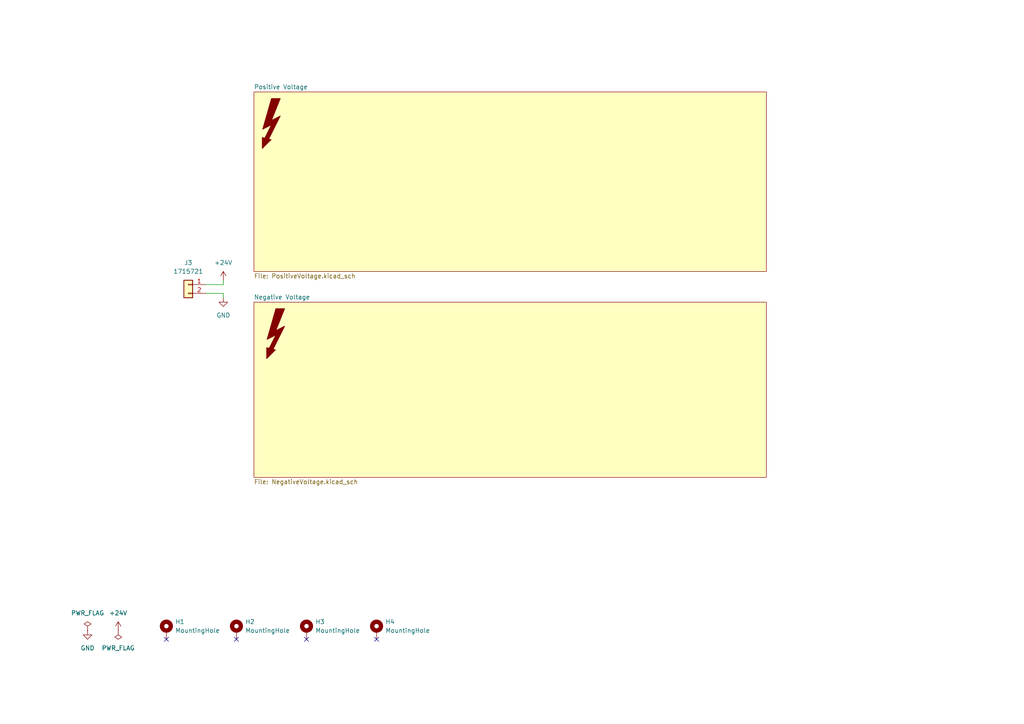
<source format=kicad_sch>
(kicad_sch (version 20231120) (generator "eeschema") (generator_version "8.0")
  (paper "A4")
  (lib_symbols
    (symbol "Connector_Generic:Conn_01x02" (pin_names (offset 1.016) hide)
      (property "Reference" "J" (at 0 2.54 0))
      (property "Value" "Conn_01x02" (at 0 -5.08 0))
      (symbol "Conn_01x02_1_1"
        (rectangle (start -1.27 -2.413) (end 0 -2.667) (stroke (width 0.1524)))
        (rectangle (start -1.27 0.127) (end 0 -0.127) (stroke (width 0.1524)))
        (rectangle (start -1.27 1.27) (end 1.27 -3.81) (stroke (width 0.254)) (fill (type background)))
        (pin passive line (at -5.08 0 0) (length 3.81) (name "Pin_1") (number "1"))
        (pin passive line (at -5.08 -2.54 0) (length 3.81) (name "Pin_2") (number "2"))
      )
    )
    (symbol "Graphic:SYM_Flash_XLarge" (in_bom no) (on_board no)
      (symbol "SYM_Flash_XLarge_0_1"
        (polyline (pts (xy -0.127 -3.683) (xy -2.667 -3.048) (xy -2.667 -6.223) (xy -0.127 -3.683)) (stroke (width 0.2032)) (fill (type outline)))
        (polyline (pts (xy 0 8.255) (xy 1.27 8.255) (xy 2.54 8.255) (xy 0 1.905) (xy 2.54 3.175) (xy -1.27 -4.445) (xy -2.54 -4.445) (xy 0 0.635) (xy -2.54 -0.635) (xy 0 8.255)) (stroke (width 0.2032)) (fill (type outline)))
      )
    )
    (symbol "Mechanical:MountingHole_Pad" (pin_numbers hide) (pin_names (offset 1.016) hide) (exclude_from_sim yes) (in_bom no)
      (property "Reference" "H" (at 0 6.35 0))
      (property "Value" "MountingHole_Pad" (at 0 4.445 0))
      (symbol "MountingHole_Pad_0_1"
        (circle (center 0 1.27) (radius 1.27) (stroke (width 1.27)))
      )
      (symbol "MountingHole_Pad_1_1"
        (pin input line (at 0 -2.54 90) (length 2.54) (name "1") (number "1"))
      )
    )
    (symbol "power:+24V" (power) (pin_numbers hide) (pin_names (offset 0) hide)
      (property "Value" "+24V" (at 0 3.556 0))
      (symbol "+24V_0_1"
        (polyline (pts (xy -0.762 1.27) (xy 0 2.54)))
        (polyline (pts (xy 0 0) (xy 0 2.54)))
        (polyline (pts (xy 0 2.54) (xy 0.762 1.27)))
      )
      (symbol "+24V_1_1"
        (pin power_in line (at 0 0 90) (length 0) (name "~") (number "1"))
      )
    )
    (symbol "power:GND" (power) (pin_numbers hide) (pin_names (offset 0) hide)
      (property "Value" "GND" (at 0 -3.81 0))
      (symbol "GND_0_1"
        (polyline (pts (xy 0 0) (xy 0 -1.27) (xy 1.27 -1.27) (xy 0 -2.54) (xy -1.27 -1.27) (xy 0 -1.27)))
      )
      (symbol "GND_1_1"
        (pin power_in line (at 0 0 270) (length 0) (name "~") (number "1"))
      )
    )
    (symbol "power:PWR_FLAG" (power) (pin_numbers hide) (pin_names (offset 0) hide)
      (property "Value" "PWR_FLAG" (at 0 3.81 0))
      (symbol "PWR_FLAG_0_0"
        (pin power_out line (at 0 0 90) (length 0) (name "~") (number "1"))
      )
      (symbol "PWR_FLAG_0_1"
        (polyline (pts (xy 0 0) (xy 0 1.27) (xy -1.016 1.905) (xy 0 2.54) (xy 1.016 1.905) (xy 0 1.27)))
      )
    )
  )
  (no_connect (at 48.26 185.42))
  (no_connect (at 68.58 185.42))
  (no_connect (at 109.22 185.42))
  (no_connect (at 88.9 185.42))
  (wire (pts (xy 64.77 82.55) (xy 59.69 82.55)))
  (wire (pts (xy 64.77 86.36) (xy 64.77 85.09)))
  (wire (pts (xy 64.77 81.28) (xy 64.77 82.55)))
  (wire (pts (xy 64.77 85.09) (xy 59.69 85.09)))
  (symbol (lib_id "power:+24V") (at 34.29 182.88 0) (unit 1)
    (property "Reference" "#PWR015" (effects (hide yes)))
    (property "Value" "+24V" (at 34.29 177.8 0))
    (property "Description" "Power symbol creates a global label with name \"+24V\"" (effects (hide yes)))
  )
  (symbol (lib_id "Graphic:SYM_Flash_XLarge") (at 80.01 97.79 0) (unit 1) (in_bom no)
    (property "Reference" "SYM1" (effects (hide yes)))
    (property "Value" "SYM_Flash_XLarge" (effects (hide yes)))
    (property "Footprint" "Symbol:Symbol_HighVoltage_Triangle_8x7mm_Copper" (effects (hide yes)))
    (property "Description" "Flash symbol, extra large" (effects (hide yes)))
    (property "Sim.Enable" "0" (effects (hide yes)))
  )
  (symbol (lib_id "power:GND") (at 25.4 182.88 0) (unit 1)
    (property "Reference" "#PWR016" (effects (hide yes)))
    (property "Value" "GND" (at 25.4 187.96 0))
    (property "Description" "Power symbol creates a global label with name \"GND\" , ground" (effects (hide yes)))
  )
  (symbol (lib_id "power:GND") (at 64.77 86.36 0) (unit 1)
    (property "Reference" "#PWR014" (effects (hide yes)))
    (property "Value" "GND" (at 64.77 91.44 0))
    (property "Description" "Power symbol creates a global label with name \"GND\" , ground" (effects (hide yes)))
  )
  (symbol (lib_id "power:PWR_FLAG") (at 34.29 182.88 180) (unit 1)
    (property "Reference" "#FLG03" (effects (hide yes)))
    (property "Value" "PWR_FLAG" (at 34.29 187.96 0))
    (property "Description" "Special symbol for telling ERC where power comes from" (effects (hide yes)))
  )
  (symbol (lib_id "Graphic:SYM_Flash_XLarge") (at 78.74 36.83 0) (unit 1) (exclude_from_sim yes) (in_bom no)
    (property "Reference" "SYM2" (effects (hide yes)))
    (property "Value" "SYM_Flash_XLarge" (effects (hide yes)))
    (property "Footprint" "Symbol:Symbol_HighVoltage_Triangle_8x7mm_Copper" (effects (hide yes)))
    (property "Description" "Flash symbol, extra large" (effects (hide yes)))
  )
  (symbol (lib_id "power:PWR_FLAG") (at 25.4 182.88 0) (unit 1)
    (property "Reference" "#FLG02" (effects (hide yes)))
    (property "Value" "PWR_FLAG" (at 25.4 177.8 0))
    (property "Description" "Special symbol for telling ERC where power comes from" (effects (hide yes)))
  )
  (symbol (lib_id "Mechanical:MountingHole_Pad") (at 68.58 182.88 0) (unit 1) (exclude_from_sim yes) (in_bom no)
    (property "Reference" "H2" (at 71.12 180.3399 0) (effects (justify left)))
    (property "Value" "MountingHole" (at 71.12 182.8799 0) (effects (justify left)))
    (property "Footprint" "MountingHole:MountingHole_3.2mm_M3_DIN965_Pad" (effects (hide yes)))
    (property "Description" "Mounting Hole with connection" (effects (hide yes)))
  )
  (symbol (lib_id "Connector_Generic:Conn_01x02") (at 54.61 82.55 0) (mirror y) (unit 1)
    (property "Reference" "J3" (at 54.61 76.2 0))
    (property "Value" "1715721" (at 54.61 78.74 0))
    (property "Footprint" "TerminalBlock_Phoenix:TerminalBlock_Phoenix_MKDS-1,5-2_1x02_P5.00mm_Horizontal" (effects (hide yes)))
    (property "Description" "Generic connector, single row, 01x02, script generated (kicad-library-utils/schlib/autogen/connector/)" (effects (hide yes)))
  )
  (symbol (lib_id "Mechanical:MountingHole_Pad") (at 48.26 182.88 0) (unit 1) (exclude_from_sim yes) (in_bom no)
    (property "Reference" "H1" (at 50.8 180.3399 0) (effects (justify left)))
    (property "Value" "MountingHole" (at 50.8 182.8799 0) (effects (justify left)))
    (property "Footprint" "MountingHole:MountingHole_3.2mm_M3_DIN965_Pad" (effects (hide yes)))
    (property "Description" "Mounting Hole with connection" (effects (hide yes)))
  )
  (symbol (lib_id "Mechanical:MountingHole_Pad") (at 109.22 182.88 0) (unit 1) (exclude_from_sim yes) (in_bom no)
    (property "Reference" "H4" (at 111.76 180.3399 0) (effects (justify left)))
    (property "Value" "MountingHole" (at 111.76 182.8799 0) (effects (justify left)))
    (property "Footprint" "MountingHole:MountingHole_3.2mm_M3_DIN965_Pad" (effects (hide yes)))
    (property "Description" "Mounting Hole with connection" (effects (hide yes)))
  )
  (symbol (lib_id "power:+24V") (at 64.77 81.28 0) (unit 1)
    (property "Reference" "#PWR013" (effects (hide yes)))
    (property "Value" "+24V" (at 64.77 76.2 0))
    (property "Description" "Power symbol creates a global label with name \"+24V\"" (effects (hide yes)))
  )
  (symbol (lib_id "Mechanical:MountingHole_Pad") (at 88.9 182.88 0) (unit 1) (exclude_from_sim yes) (in_bom no)
    (property "Reference" "H3" (at 91.44 180.3399 0) (effects (justify left)))
    (property "Value" "MountingHole" (at 91.44 182.8799 0) (effects (justify left)))
    (property "Footprint" "MountingHole:MountingHole_3.2mm_M3_DIN965_Pad" (effects (hide yes)))
    (property "Description" "Mounting Hole with connection" (effects (hide yes)))
  )
  (sheet (at 73.66 87.63) (size 148.59 50.8) (stroke (width 0.1524)) (fill (color 255 255 194 1.0000))
    (property "Sheetname" "Negative Voltage" (at 73.66 86.9184 0) (effects (justify left bottom)))
    (property "Sheetfile" "NegativeVoltage.kicad_sch" (at 73.66 139.0146 0) (effects (justify left top)))
  )
  (sheet (at 73.66 26.67) (size 148.59 52.07) (stroke (width 0.1524)) (fill (color 255 255 194 1.0000))
    (property "Sheetname" "Positive Voltage" (at 73.66 25.9584 0) (effects (justify left bottom)))
    (property "Sheetfile" "PositiveVoltage.kicad_sch" (at 73.66 79.3246 0) (effects (justify left top)))
  )
)
</source>
